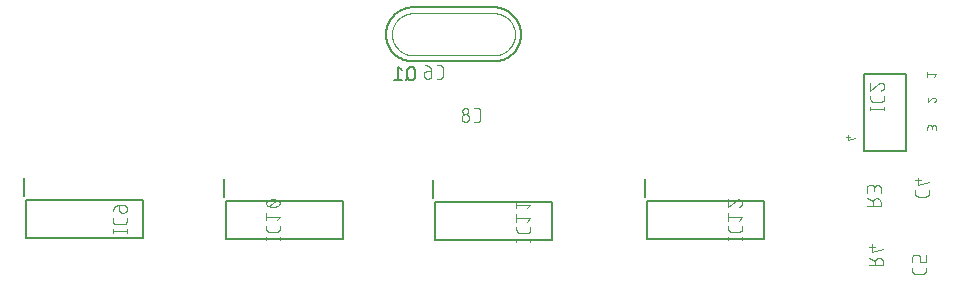
<source format=gbr>
G04 EAGLE Gerber RS-274X export*
G75*
%MOMM*%
%FSLAX34Y34*%
%LPD*%
%INSilkscreen Bottom*%
%IPPOS*%
%AMOC8*
5,1,8,0,0,1.08239X$1,22.5*%
G01*
%ADD10C,0.101600*%
%ADD11C,0.200000*%
%ADD12C,0.203200*%
%ADD13C,0.152400*%
%ADD14C,0.050800*%
%ADD15C,0.127000*%


D10*
X850308Y145836D02*
X850308Y143239D01*
X850310Y143140D01*
X850316Y143040D01*
X850325Y142941D01*
X850338Y142843D01*
X850355Y142745D01*
X850376Y142647D01*
X850401Y142551D01*
X850429Y142456D01*
X850461Y142362D01*
X850496Y142269D01*
X850535Y142177D01*
X850578Y142087D01*
X850623Y141999D01*
X850673Y141912D01*
X850725Y141828D01*
X850781Y141745D01*
X850839Y141665D01*
X850901Y141587D01*
X850966Y141512D01*
X851034Y141439D01*
X851104Y141369D01*
X851177Y141301D01*
X851252Y141236D01*
X851330Y141174D01*
X851410Y141116D01*
X851493Y141060D01*
X851577Y141008D01*
X851664Y140958D01*
X851752Y140913D01*
X851842Y140870D01*
X851934Y140831D01*
X852027Y140796D01*
X852121Y140764D01*
X852216Y140736D01*
X852312Y140711D01*
X852410Y140690D01*
X852508Y140673D01*
X852606Y140660D01*
X852705Y140651D01*
X852805Y140645D01*
X852904Y140643D01*
X859396Y140643D01*
X859495Y140645D01*
X859595Y140651D01*
X859694Y140660D01*
X859792Y140673D01*
X859890Y140690D01*
X859988Y140711D01*
X860084Y140736D01*
X860179Y140764D01*
X860273Y140796D01*
X860366Y140831D01*
X860458Y140870D01*
X860548Y140913D01*
X860636Y140958D01*
X860723Y141008D01*
X860807Y141060D01*
X860890Y141116D01*
X860970Y141174D01*
X861048Y141236D01*
X861123Y141301D01*
X861196Y141369D01*
X861266Y141439D01*
X861334Y141512D01*
X861399Y141587D01*
X861461Y141665D01*
X861519Y141745D01*
X861575Y141828D01*
X861627Y141912D01*
X861677Y141999D01*
X861722Y142087D01*
X861765Y142177D01*
X861804Y142269D01*
X861839Y142361D01*
X861871Y142456D01*
X861899Y142551D01*
X861924Y142647D01*
X861945Y142745D01*
X861962Y142843D01*
X861975Y142941D01*
X861984Y143040D01*
X861990Y143140D01*
X861992Y143239D01*
X861992Y145836D01*
X861992Y152797D02*
X852904Y150201D01*
X852904Y156692D01*
X855501Y154745D02*
X850308Y154745D01*
X848008Y80501D02*
X848008Y77904D01*
X848010Y77805D01*
X848016Y77705D01*
X848025Y77606D01*
X848038Y77508D01*
X848055Y77410D01*
X848076Y77312D01*
X848101Y77216D01*
X848129Y77121D01*
X848161Y77027D01*
X848196Y76934D01*
X848235Y76842D01*
X848278Y76752D01*
X848323Y76664D01*
X848373Y76577D01*
X848425Y76493D01*
X848481Y76410D01*
X848539Y76330D01*
X848601Y76252D01*
X848666Y76177D01*
X848734Y76104D01*
X848804Y76034D01*
X848877Y75966D01*
X848952Y75901D01*
X849030Y75839D01*
X849110Y75781D01*
X849193Y75725D01*
X849277Y75673D01*
X849364Y75623D01*
X849452Y75578D01*
X849542Y75535D01*
X849634Y75496D01*
X849727Y75461D01*
X849821Y75429D01*
X849916Y75401D01*
X850012Y75376D01*
X850110Y75355D01*
X850208Y75338D01*
X850306Y75325D01*
X850405Y75316D01*
X850505Y75310D01*
X850604Y75308D01*
X857096Y75308D01*
X857195Y75310D01*
X857295Y75316D01*
X857394Y75325D01*
X857492Y75338D01*
X857590Y75355D01*
X857688Y75376D01*
X857784Y75401D01*
X857879Y75429D01*
X857973Y75461D01*
X858066Y75496D01*
X858158Y75535D01*
X858248Y75578D01*
X858336Y75623D01*
X858423Y75673D01*
X858507Y75725D01*
X858590Y75781D01*
X858670Y75839D01*
X858748Y75901D01*
X858823Y75966D01*
X858896Y76034D01*
X858966Y76104D01*
X859034Y76177D01*
X859099Y76252D01*
X859161Y76330D01*
X859219Y76410D01*
X859275Y76493D01*
X859327Y76577D01*
X859377Y76664D01*
X859422Y76752D01*
X859465Y76842D01*
X859504Y76934D01*
X859539Y77026D01*
X859571Y77121D01*
X859599Y77216D01*
X859624Y77312D01*
X859645Y77410D01*
X859662Y77508D01*
X859675Y77606D01*
X859684Y77705D01*
X859690Y77805D01*
X859692Y77904D01*
X859692Y80501D01*
X848008Y84866D02*
X848008Y88761D01*
X848010Y88860D01*
X848016Y88960D01*
X848025Y89059D01*
X848038Y89157D01*
X848055Y89255D01*
X848076Y89353D01*
X848101Y89449D01*
X848129Y89544D01*
X848161Y89638D01*
X848196Y89731D01*
X848235Y89823D01*
X848278Y89913D01*
X848323Y90001D01*
X848373Y90088D01*
X848425Y90172D01*
X848481Y90255D01*
X848539Y90335D01*
X848601Y90413D01*
X848666Y90488D01*
X848734Y90561D01*
X848804Y90631D01*
X848877Y90699D01*
X848952Y90764D01*
X849030Y90826D01*
X849110Y90884D01*
X849193Y90940D01*
X849277Y90992D01*
X849364Y91042D01*
X849452Y91087D01*
X849542Y91130D01*
X849634Y91169D01*
X849727Y91204D01*
X849821Y91236D01*
X849916Y91264D01*
X850012Y91289D01*
X850110Y91310D01*
X850208Y91327D01*
X850306Y91340D01*
X850405Y91349D01*
X850505Y91355D01*
X850604Y91357D01*
X851903Y91357D01*
X852002Y91355D01*
X852102Y91349D01*
X852201Y91340D01*
X852299Y91327D01*
X852397Y91310D01*
X852495Y91289D01*
X852591Y91264D01*
X852686Y91236D01*
X852780Y91204D01*
X852873Y91169D01*
X852965Y91130D01*
X853055Y91087D01*
X853143Y91042D01*
X853230Y90992D01*
X853314Y90940D01*
X853397Y90884D01*
X853477Y90826D01*
X853555Y90764D01*
X853630Y90699D01*
X853703Y90631D01*
X853773Y90561D01*
X853841Y90488D01*
X853906Y90413D01*
X853968Y90335D01*
X854026Y90255D01*
X854082Y90172D01*
X854134Y90088D01*
X854184Y90001D01*
X854229Y89913D01*
X854272Y89823D01*
X854311Y89731D01*
X854346Y89638D01*
X854378Y89544D01*
X854406Y89449D01*
X854431Y89353D01*
X854452Y89255D01*
X854469Y89157D01*
X854482Y89059D01*
X854491Y88960D01*
X854497Y88860D01*
X854499Y88761D01*
X854499Y84866D01*
X859692Y84866D01*
X859692Y91357D01*
X447896Y240208D02*
X445299Y240208D01*
X447896Y240208D02*
X447995Y240210D01*
X448095Y240216D01*
X448194Y240225D01*
X448292Y240238D01*
X448390Y240255D01*
X448488Y240276D01*
X448584Y240301D01*
X448679Y240329D01*
X448773Y240361D01*
X448866Y240396D01*
X448958Y240435D01*
X449048Y240478D01*
X449136Y240523D01*
X449223Y240573D01*
X449307Y240625D01*
X449390Y240681D01*
X449470Y240739D01*
X449548Y240801D01*
X449623Y240866D01*
X449696Y240934D01*
X449766Y241004D01*
X449834Y241077D01*
X449899Y241152D01*
X449961Y241230D01*
X450019Y241310D01*
X450075Y241393D01*
X450127Y241477D01*
X450177Y241564D01*
X450222Y241652D01*
X450265Y241742D01*
X450304Y241834D01*
X450339Y241927D01*
X450371Y242021D01*
X450399Y242116D01*
X450424Y242212D01*
X450445Y242310D01*
X450462Y242408D01*
X450475Y242506D01*
X450484Y242605D01*
X450490Y242705D01*
X450492Y242804D01*
X450492Y249296D01*
X450490Y249395D01*
X450484Y249495D01*
X450475Y249594D01*
X450462Y249692D01*
X450445Y249790D01*
X450424Y249888D01*
X450399Y249984D01*
X450371Y250079D01*
X450339Y250173D01*
X450304Y250266D01*
X450265Y250358D01*
X450222Y250448D01*
X450177Y250536D01*
X450127Y250623D01*
X450075Y250707D01*
X450019Y250790D01*
X449961Y250870D01*
X449899Y250948D01*
X449834Y251023D01*
X449766Y251096D01*
X449696Y251166D01*
X449623Y251234D01*
X449548Y251299D01*
X449470Y251361D01*
X449390Y251419D01*
X449307Y251475D01*
X449223Y251527D01*
X449136Y251577D01*
X449048Y251622D01*
X448958Y251665D01*
X448866Y251704D01*
X448773Y251739D01*
X448679Y251771D01*
X448584Y251799D01*
X448488Y251824D01*
X448390Y251845D01*
X448292Y251862D01*
X448194Y251875D01*
X448095Y251884D01*
X447995Y251890D01*
X447896Y251892D01*
X445299Y251892D01*
X440934Y246699D02*
X437039Y246699D01*
X436940Y246697D01*
X436840Y246691D01*
X436741Y246682D01*
X436643Y246669D01*
X436545Y246652D01*
X436447Y246631D01*
X436351Y246606D01*
X436256Y246578D01*
X436162Y246546D01*
X436069Y246511D01*
X435977Y246472D01*
X435887Y246429D01*
X435799Y246384D01*
X435712Y246334D01*
X435628Y246282D01*
X435545Y246226D01*
X435465Y246168D01*
X435387Y246106D01*
X435312Y246041D01*
X435239Y245973D01*
X435169Y245903D01*
X435101Y245830D01*
X435036Y245755D01*
X434974Y245677D01*
X434916Y245597D01*
X434860Y245514D01*
X434808Y245430D01*
X434758Y245343D01*
X434713Y245255D01*
X434670Y245165D01*
X434631Y245073D01*
X434596Y244980D01*
X434564Y244886D01*
X434536Y244791D01*
X434511Y244695D01*
X434490Y244597D01*
X434473Y244499D01*
X434460Y244401D01*
X434451Y244302D01*
X434445Y244202D01*
X434443Y244103D01*
X434443Y243454D01*
X434442Y243454D02*
X434444Y243341D01*
X434450Y243228D01*
X434460Y243115D01*
X434474Y243002D01*
X434491Y242890D01*
X434513Y242779D01*
X434538Y242669D01*
X434568Y242559D01*
X434601Y242451D01*
X434638Y242344D01*
X434678Y242238D01*
X434723Y242134D01*
X434771Y242031D01*
X434822Y241930D01*
X434877Y241831D01*
X434935Y241734D01*
X434997Y241639D01*
X435062Y241546D01*
X435130Y241456D01*
X435201Y241368D01*
X435276Y241282D01*
X435353Y241199D01*
X435433Y241119D01*
X435516Y241042D01*
X435602Y240967D01*
X435690Y240896D01*
X435780Y240828D01*
X435873Y240763D01*
X435968Y240701D01*
X436065Y240643D01*
X436164Y240588D01*
X436265Y240537D01*
X436368Y240489D01*
X436472Y240444D01*
X436578Y240404D01*
X436685Y240367D01*
X436793Y240334D01*
X436903Y240304D01*
X437013Y240279D01*
X437124Y240257D01*
X437236Y240240D01*
X437349Y240226D01*
X437462Y240216D01*
X437575Y240210D01*
X437688Y240208D01*
X437801Y240210D01*
X437914Y240216D01*
X438027Y240226D01*
X438140Y240240D01*
X438252Y240257D01*
X438363Y240279D01*
X438473Y240304D01*
X438583Y240334D01*
X438691Y240367D01*
X438798Y240404D01*
X438904Y240444D01*
X439008Y240489D01*
X439111Y240537D01*
X439212Y240588D01*
X439311Y240643D01*
X439408Y240701D01*
X439503Y240763D01*
X439596Y240828D01*
X439686Y240896D01*
X439774Y240967D01*
X439860Y241042D01*
X439943Y241119D01*
X440023Y241199D01*
X440100Y241282D01*
X440175Y241368D01*
X440246Y241456D01*
X440314Y241546D01*
X440379Y241639D01*
X440441Y241734D01*
X440499Y241831D01*
X440554Y241930D01*
X440605Y242031D01*
X440653Y242134D01*
X440698Y242238D01*
X440738Y242344D01*
X440775Y242451D01*
X440808Y242559D01*
X440838Y242669D01*
X440863Y242779D01*
X440885Y242890D01*
X440902Y243002D01*
X440916Y243115D01*
X440926Y243228D01*
X440932Y243341D01*
X440934Y243454D01*
X440934Y246699D01*
X440932Y246842D01*
X440926Y246985D01*
X440916Y247128D01*
X440902Y247270D01*
X440885Y247412D01*
X440863Y247554D01*
X440838Y247695D01*
X440808Y247835D01*
X440775Y247974D01*
X440738Y248112D01*
X440697Y248249D01*
X440653Y248385D01*
X440604Y248520D01*
X440552Y248653D01*
X440497Y248785D01*
X440437Y248915D01*
X440374Y249044D01*
X440308Y249171D01*
X440238Y249296D01*
X440165Y249418D01*
X440088Y249539D01*
X440008Y249658D01*
X439925Y249774D01*
X439839Y249889D01*
X439750Y250000D01*
X439657Y250110D01*
X439562Y250216D01*
X439463Y250320D01*
X439362Y250421D01*
X439258Y250520D01*
X439152Y250615D01*
X439042Y250708D01*
X438931Y250797D01*
X438816Y250883D01*
X438700Y250966D01*
X438581Y251046D01*
X438460Y251123D01*
X438338Y251196D01*
X438213Y251266D01*
X438086Y251332D01*
X437957Y251395D01*
X437827Y251455D01*
X437695Y251510D01*
X437562Y251562D01*
X437427Y251611D01*
X437291Y251655D01*
X437154Y251696D01*
X437016Y251733D01*
X436877Y251766D01*
X436737Y251796D01*
X436596Y251821D01*
X436454Y251843D01*
X436312Y251860D01*
X436170Y251874D01*
X436027Y251884D01*
X435884Y251890D01*
X435741Y251892D01*
X477264Y203808D02*
X479861Y203808D01*
X479960Y203810D01*
X480060Y203816D01*
X480159Y203825D01*
X480257Y203838D01*
X480355Y203855D01*
X480453Y203876D01*
X480549Y203901D01*
X480644Y203929D01*
X480738Y203961D01*
X480831Y203996D01*
X480923Y204035D01*
X481013Y204078D01*
X481101Y204123D01*
X481188Y204173D01*
X481272Y204225D01*
X481355Y204281D01*
X481435Y204339D01*
X481513Y204401D01*
X481588Y204466D01*
X481661Y204534D01*
X481731Y204604D01*
X481799Y204677D01*
X481864Y204752D01*
X481926Y204830D01*
X481984Y204910D01*
X482040Y204993D01*
X482092Y205077D01*
X482142Y205164D01*
X482187Y205252D01*
X482230Y205342D01*
X482269Y205434D01*
X482304Y205527D01*
X482336Y205621D01*
X482364Y205716D01*
X482389Y205812D01*
X482410Y205910D01*
X482427Y206008D01*
X482440Y206106D01*
X482449Y206205D01*
X482455Y206305D01*
X482457Y206404D01*
X482457Y212896D01*
X482455Y212995D01*
X482449Y213095D01*
X482440Y213194D01*
X482427Y213292D01*
X482410Y213390D01*
X482389Y213488D01*
X482364Y213584D01*
X482336Y213679D01*
X482304Y213773D01*
X482269Y213866D01*
X482230Y213958D01*
X482187Y214048D01*
X482142Y214136D01*
X482092Y214223D01*
X482040Y214307D01*
X481984Y214390D01*
X481926Y214470D01*
X481864Y214548D01*
X481799Y214623D01*
X481731Y214696D01*
X481661Y214766D01*
X481588Y214834D01*
X481513Y214899D01*
X481435Y214961D01*
X481355Y215019D01*
X481272Y215075D01*
X481188Y215127D01*
X481101Y215177D01*
X481013Y215222D01*
X480923Y215265D01*
X480831Y215304D01*
X480738Y215339D01*
X480644Y215371D01*
X480549Y215399D01*
X480453Y215424D01*
X480355Y215445D01*
X480257Y215462D01*
X480159Y215475D01*
X480060Y215484D01*
X479960Y215490D01*
X479861Y215492D01*
X477264Y215492D01*
X472900Y207054D02*
X472898Y207167D01*
X472892Y207280D01*
X472882Y207393D01*
X472868Y207506D01*
X472851Y207618D01*
X472829Y207729D01*
X472804Y207839D01*
X472774Y207949D01*
X472741Y208057D01*
X472704Y208164D01*
X472664Y208270D01*
X472619Y208374D01*
X472571Y208477D01*
X472520Y208578D01*
X472465Y208677D01*
X472407Y208774D01*
X472345Y208869D01*
X472280Y208962D01*
X472212Y209052D01*
X472141Y209140D01*
X472066Y209226D01*
X471989Y209309D01*
X471909Y209389D01*
X471826Y209466D01*
X471740Y209541D01*
X471652Y209612D01*
X471562Y209680D01*
X471469Y209745D01*
X471374Y209807D01*
X471277Y209865D01*
X471178Y209920D01*
X471077Y209971D01*
X470974Y210019D01*
X470870Y210064D01*
X470764Y210104D01*
X470657Y210141D01*
X470549Y210174D01*
X470439Y210204D01*
X470329Y210229D01*
X470218Y210251D01*
X470106Y210268D01*
X469993Y210282D01*
X469880Y210292D01*
X469767Y210298D01*
X469654Y210300D01*
X469541Y210298D01*
X469428Y210292D01*
X469315Y210282D01*
X469202Y210268D01*
X469090Y210251D01*
X468979Y210229D01*
X468869Y210204D01*
X468759Y210174D01*
X468651Y210141D01*
X468544Y210104D01*
X468438Y210064D01*
X468334Y210019D01*
X468231Y209971D01*
X468130Y209920D01*
X468031Y209865D01*
X467934Y209807D01*
X467839Y209745D01*
X467746Y209680D01*
X467656Y209612D01*
X467568Y209541D01*
X467482Y209466D01*
X467399Y209389D01*
X467319Y209309D01*
X467242Y209226D01*
X467167Y209140D01*
X467096Y209052D01*
X467028Y208962D01*
X466963Y208869D01*
X466901Y208774D01*
X466843Y208677D01*
X466788Y208578D01*
X466737Y208477D01*
X466689Y208374D01*
X466644Y208270D01*
X466604Y208164D01*
X466567Y208057D01*
X466534Y207949D01*
X466504Y207839D01*
X466479Y207729D01*
X466457Y207618D01*
X466440Y207506D01*
X466426Y207393D01*
X466416Y207280D01*
X466410Y207167D01*
X466408Y207054D01*
X466410Y206941D01*
X466416Y206828D01*
X466426Y206715D01*
X466440Y206602D01*
X466457Y206490D01*
X466479Y206379D01*
X466504Y206269D01*
X466534Y206159D01*
X466567Y206051D01*
X466604Y205944D01*
X466644Y205838D01*
X466689Y205734D01*
X466737Y205631D01*
X466788Y205530D01*
X466843Y205431D01*
X466901Y205334D01*
X466963Y205239D01*
X467028Y205146D01*
X467096Y205056D01*
X467167Y204968D01*
X467242Y204882D01*
X467319Y204799D01*
X467399Y204719D01*
X467482Y204642D01*
X467568Y204567D01*
X467656Y204496D01*
X467746Y204428D01*
X467839Y204363D01*
X467934Y204301D01*
X468031Y204243D01*
X468130Y204188D01*
X468231Y204137D01*
X468334Y204089D01*
X468438Y204044D01*
X468544Y204004D01*
X468651Y203967D01*
X468759Y203934D01*
X468869Y203904D01*
X468979Y203879D01*
X469090Y203857D01*
X469202Y203840D01*
X469315Y203826D01*
X469428Y203816D01*
X469541Y203810D01*
X469654Y203808D01*
X469767Y203810D01*
X469880Y203816D01*
X469993Y203826D01*
X470106Y203840D01*
X470218Y203857D01*
X470329Y203879D01*
X470439Y203904D01*
X470549Y203934D01*
X470657Y203967D01*
X470764Y204004D01*
X470870Y204044D01*
X470974Y204089D01*
X471077Y204137D01*
X471178Y204188D01*
X471277Y204243D01*
X471374Y204301D01*
X471469Y204363D01*
X471562Y204428D01*
X471652Y204496D01*
X471740Y204567D01*
X471826Y204642D01*
X471909Y204719D01*
X471989Y204799D01*
X472066Y204882D01*
X472141Y204968D01*
X472212Y205056D01*
X472280Y205146D01*
X472345Y205239D01*
X472407Y205334D01*
X472465Y205431D01*
X472520Y205530D01*
X472571Y205631D01*
X472619Y205734D01*
X472664Y205838D01*
X472704Y205944D01*
X472741Y206051D01*
X472774Y206159D01*
X472804Y206269D01*
X472829Y206379D01*
X472851Y206490D01*
X472868Y206602D01*
X472882Y206715D01*
X472892Y206828D01*
X472898Y206941D01*
X472900Y207054D01*
X472250Y212896D02*
X472248Y212997D01*
X472242Y213097D01*
X472232Y213197D01*
X472219Y213297D01*
X472201Y213396D01*
X472180Y213495D01*
X472155Y213592D01*
X472126Y213689D01*
X472093Y213784D01*
X472057Y213878D01*
X472017Y213970D01*
X471974Y214061D01*
X471927Y214150D01*
X471877Y214237D01*
X471823Y214323D01*
X471766Y214406D01*
X471706Y214486D01*
X471643Y214565D01*
X471576Y214641D01*
X471507Y214714D01*
X471435Y214784D01*
X471361Y214852D01*
X471284Y214917D01*
X471204Y214978D01*
X471122Y215037D01*
X471038Y215092D01*
X470952Y215144D01*
X470864Y215193D01*
X470774Y215238D01*
X470682Y215280D01*
X470589Y215318D01*
X470494Y215352D01*
X470399Y215383D01*
X470302Y215410D01*
X470204Y215433D01*
X470105Y215453D01*
X470005Y215468D01*
X469905Y215480D01*
X469805Y215488D01*
X469704Y215492D01*
X469604Y215492D01*
X469503Y215488D01*
X469403Y215480D01*
X469303Y215468D01*
X469203Y215453D01*
X469104Y215433D01*
X469006Y215410D01*
X468909Y215383D01*
X468814Y215352D01*
X468719Y215318D01*
X468626Y215280D01*
X468534Y215238D01*
X468444Y215193D01*
X468356Y215144D01*
X468270Y215092D01*
X468186Y215037D01*
X468104Y214978D01*
X468024Y214917D01*
X467947Y214852D01*
X467873Y214784D01*
X467801Y214714D01*
X467732Y214641D01*
X467665Y214565D01*
X467602Y214486D01*
X467542Y214406D01*
X467485Y214323D01*
X467431Y214237D01*
X467381Y214150D01*
X467334Y214061D01*
X467291Y213970D01*
X467251Y213878D01*
X467215Y213784D01*
X467182Y213689D01*
X467153Y213592D01*
X467128Y213495D01*
X467107Y213396D01*
X467089Y213297D01*
X467076Y213197D01*
X467066Y213097D01*
X467060Y212997D01*
X467058Y212896D01*
X467060Y212795D01*
X467066Y212695D01*
X467076Y212595D01*
X467089Y212495D01*
X467107Y212396D01*
X467128Y212297D01*
X467153Y212200D01*
X467182Y212103D01*
X467215Y212008D01*
X467251Y211914D01*
X467291Y211822D01*
X467334Y211731D01*
X467381Y211642D01*
X467431Y211555D01*
X467485Y211469D01*
X467542Y211386D01*
X467602Y211306D01*
X467665Y211227D01*
X467732Y211151D01*
X467801Y211078D01*
X467873Y211008D01*
X467947Y210940D01*
X468024Y210875D01*
X468104Y210814D01*
X468186Y210755D01*
X468270Y210700D01*
X468356Y210648D01*
X468444Y210599D01*
X468534Y210554D01*
X468626Y210512D01*
X468719Y210474D01*
X468814Y210440D01*
X468909Y210409D01*
X469006Y210382D01*
X469104Y210359D01*
X469203Y210339D01*
X469303Y210324D01*
X469403Y210312D01*
X469503Y210304D01*
X469604Y210300D01*
X469704Y210300D01*
X469805Y210304D01*
X469905Y210312D01*
X470005Y210324D01*
X470105Y210339D01*
X470204Y210359D01*
X470302Y210382D01*
X470399Y210409D01*
X470494Y210440D01*
X470589Y210474D01*
X470682Y210512D01*
X470774Y210554D01*
X470864Y210599D01*
X470952Y210648D01*
X471038Y210700D01*
X471122Y210755D01*
X471204Y210814D01*
X471284Y210875D01*
X471361Y210940D01*
X471435Y211008D01*
X471507Y211078D01*
X471576Y211151D01*
X471643Y211227D01*
X471706Y211306D01*
X471766Y211386D01*
X471823Y211469D01*
X471877Y211555D01*
X471927Y211642D01*
X471974Y211731D01*
X472017Y211822D01*
X472057Y211914D01*
X472093Y212008D01*
X472126Y212103D01*
X472155Y212200D01*
X472180Y212297D01*
X472201Y212396D01*
X472219Y212495D01*
X472232Y212595D01*
X472242Y212695D01*
X472248Y212795D01*
X472250Y212896D01*
D11*
X267278Y137023D02*
X267278Y105023D01*
X366278Y105023D01*
X366278Y137023D01*
X267278Y137023D01*
X265578Y140523D02*
X265578Y155773D01*
D10*
X300936Y105000D02*
X312620Y105000D01*
X300936Y103702D02*
X300936Y106298D01*
X312620Y106298D02*
X312620Y103702D01*
X300936Y113462D02*
X300936Y116058D01*
X300936Y113462D02*
X300938Y113363D01*
X300944Y113263D01*
X300953Y113164D01*
X300966Y113066D01*
X300983Y112968D01*
X301004Y112870D01*
X301029Y112774D01*
X301057Y112679D01*
X301089Y112585D01*
X301124Y112492D01*
X301163Y112400D01*
X301206Y112310D01*
X301251Y112222D01*
X301301Y112135D01*
X301353Y112051D01*
X301409Y111968D01*
X301467Y111888D01*
X301529Y111810D01*
X301594Y111735D01*
X301662Y111662D01*
X301732Y111592D01*
X301805Y111524D01*
X301880Y111459D01*
X301958Y111397D01*
X302038Y111339D01*
X302121Y111283D01*
X302205Y111231D01*
X302292Y111181D01*
X302380Y111136D01*
X302470Y111093D01*
X302562Y111054D01*
X302655Y111019D01*
X302749Y110987D01*
X302844Y110959D01*
X302940Y110934D01*
X303038Y110913D01*
X303136Y110896D01*
X303234Y110883D01*
X303333Y110874D01*
X303433Y110868D01*
X303532Y110866D01*
X303532Y110865D02*
X310024Y110865D01*
X310024Y110866D02*
X310123Y110868D01*
X310223Y110874D01*
X310322Y110883D01*
X310420Y110896D01*
X310518Y110913D01*
X310616Y110934D01*
X310712Y110959D01*
X310807Y110987D01*
X310901Y111019D01*
X310994Y111054D01*
X311086Y111093D01*
X311176Y111136D01*
X311264Y111181D01*
X311351Y111231D01*
X311435Y111283D01*
X311518Y111339D01*
X311598Y111397D01*
X311676Y111459D01*
X311751Y111524D01*
X311824Y111592D01*
X311894Y111662D01*
X311962Y111735D01*
X312027Y111810D01*
X312089Y111888D01*
X312147Y111968D01*
X312203Y112051D01*
X312255Y112135D01*
X312305Y112222D01*
X312350Y112310D01*
X312393Y112400D01*
X312432Y112492D01*
X312467Y112584D01*
X312499Y112679D01*
X312527Y112774D01*
X312552Y112870D01*
X312573Y112968D01*
X312590Y113066D01*
X312603Y113164D01*
X312612Y113263D01*
X312618Y113363D01*
X312620Y113462D01*
X312620Y116058D01*
X310024Y120423D02*
X312620Y123669D01*
X300936Y123669D01*
X300936Y120423D02*
X300936Y126915D01*
X306778Y131854D02*
X307008Y131857D01*
X307238Y131865D01*
X307467Y131879D01*
X307696Y131898D01*
X307925Y131923D01*
X308152Y131953D01*
X308380Y131988D01*
X308606Y132029D01*
X308831Y132075D01*
X309055Y132127D01*
X309277Y132184D01*
X309499Y132246D01*
X309718Y132314D01*
X309936Y132387D01*
X310153Y132465D01*
X310367Y132548D01*
X310579Y132636D01*
X310789Y132729D01*
X310997Y132828D01*
X310997Y132827D02*
X311087Y132860D01*
X311176Y132896D01*
X311264Y132936D01*
X311349Y132980D01*
X311433Y133027D01*
X311515Y133077D01*
X311595Y133131D01*
X311672Y133187D01*
X311748Y133247D01*
X311821Y133310D01*
X311891Y133375D01*
X311959Y133444D01*
X312023Y133515D01*
X312085Y133588D01*
X312144Y133664D01*
X312200Y133742D01*
X312253Y133823D01*
X312302Y133905D01*
X312348Y133989D01*
X312391Y134076D01*
X312430Y134163D01*
X312466Y134253D01*
X312498Y134343D01*
X312526Y134435D01*
X312551Y134528D01*
X312572Y134622D01*
X312589Y134716D01*
X312603Y134811D01*
X312612Y134907D01*
X312618Y135003D01*
X312620Y135099D01*
X312618Y135195D01*
X312612Y135291D01*
X312603Y135387D01*
X312589Y135482D01*
X312572Y135576D01*
X312551Y135670D01*
X312526Y135763D01*
X312498Y135855D01*
X312466Y135945D01*
X312430Y136035D01*
X312391Y136122D01*
X312348Y136209D01*
X312302Y136293D01*
X312253Y136375D01*
X312200Y136456D01*
X312144Y136534D01*
X312085Y136610D01*
X312023Y136683D01*
X311959Y136754D01*
X311891Y136823D01*
X311821Y136888D01*
X311748Y136951D01*
X311672Y137011D01*
X311595Y137067D01*
X311515Y137121D01*
X311433Y137171D01*
X311349Y137218D01*
X311264Y137262D01*
X311176Y137302D01*
X311087Y137338D01*
X310997Y137371D01*
X310790Y137470D01*
X310580Y137563D01*
X310367Y137651D01*
X310153Y137734D01*
X309937Y137812D01*
X309719Y137885D01*
X309499Y137953D01*
X309278Y138015D01*
X309055Y138072D01*
X308831Y138124D01*
X308606Y138170D01*
X308380Y138211D01*
X308153Y138246D01*
X307925Y138276D01*
X307696Y138301D01*
X307467Y138320D01*
X307238Y138334D01*
X307008Y138342D01*
X306778Y138345D01*
X306778Y131853D02*
X306548Y131856D01*
X306318Y131864D01*
X306089Y131878D01*
X305860Y131897D01*
X305631Y131922D01*
X305403Y131952D01*
X305176Y131987D01*
X304950Y132028D01*
X304725Y132074D01*
X304501Y132126D01*
X304278Y132183D01*
X304057Y132245D01*
X303837Y132313D01*
X303619Y132386D01*
X303403Y132464D01*
X303189Y132547D01*
X302977Y132635D01*
X302766Y132728D01*
X302559Y132827D01*
X302469Y132860D01*
X302380Y132896D01*
X302292Y132937D01*
X302207Y132980D01*
X302123Y133027D01*
X302041Y133077D01*
X301961Y133131D01*
X301884Y133187D01*
X301808Y133247D01*
X301735Y133310D01*
X301665Y133375D01*
X301597Y133444D01*
X301533Y133515D01*
X301471Y133588D01*
X301412Y133664D01*
X301356Y133742D01*
X301303Y133823D01*
X301254Y133905D01*
X301208Y133989D01*
X301165Y134076D01*
X301126Y134163D01*
X301090Y134253D01*
X301058Y134343D01*
X301030Y134435D01*
X301005Y134528D01*
X300984Y134622D01*
X300967Y134716D01*
X300953Y134811D01*
X300944Y134907D01*
X300938Y135003D01*
X300936Y135099D01*
X302559Y137371D02*
X302766Y137470D01*
X302977Y137563D01*
X303189Y137651D01*
X303403Y137734D01*
X303619Y137812D01*
X303837Y137885D01*
X304057Y137953D01*
X304278Y138015D01*
X304501Y138072D01*
X304725Y138124D01*
X304950Y138170D01*
X305176Y138211D01*
X305403Y138246D01*
X305631Y138276D01*
X305860Y138301D01*
X306089Y138320D01*
X306318Y138334D01*
X306548Y138342D01*
X306778Y138345D01*
X302559Y137371D02*
X302469Y137338D01*
X302380Y137302D01*
X302292Y137262D01*
X302207Y137218D01*
X302123Y137171D01*
X302041Y137121D01*
X301961Y137067D01*
X301884Y137011D01*
X301808Y136951D01*
X301735Y136888D01*
X301665Y136823D01*
X301597Y136754D01*
X301533Y136683D01*
X301471Y136610D01*
X301412Y136534D01*
X301356Y136456D01*
X301303Y136375D01*
X301254Y136293D01*
X301208Y136209D01*
X301165Y136122D01*
X301126Y136035D01*
X301090Y135945D01*
X301058Y135855D01*
X301030Y135763D01*
X301005Y135670D01*
X300984Y135576D01*
X300967Y135482D01*
X300953Y135387D01*
X300944Y135291D01*
X300938Y135195D01*
X300936Y135099D01*
X303532Y132502D02*
X310024Y137695D01*
D11*
X444300Y135700D02*
X444300Y103700D01*
X543300Y103700D01*
X543300Y135700D01*
X444300Y135700D01*
X442600Y139200D02*
X442600Y154450D01*
D10*
X512958Y103677D02*
X524642Y103677D01*
X512958Y102379D02*
X512958Y104975D01*
X524642Y104975D02*
X524642Y102379D01*
X512958Y112139D02*
X512958Y114735D01*
X512958Y112139D02*
X512960Y112040D01*
X512966Y111940D01*
X512975Y111841D01*
X512988Y111743D01*
X513005Y111645D01*
X513026Y111547D01*
X513051Y111451D01*
X513079Y111356D01*
X513111Y111262D01*
X513146Y111169D01*
X513185Y111077D01*
X513228Y110987D01*
X513273Y110899D01*
X513323Y110812D01*
X513375Y110728D01*
X513431Y110645D01*
X513489Y110565D01*
X513551Y110487D01*
X513616Y110412D01*
X513684Y110339D01*
X513754Y110269D01*
X513827Y110201D01*
X513902Y110136D01*
X513980Y110074D01*
X514060Y110016D01*
X514143Y109960D01*
X514227Y109908D01*
X514314Y109858D01*
X514402Y109813D01*
X514492Y109770D01*
X514584Y109731D01*
X514677Y109696D01*
X514771Y109664D01*
X514866Y109636D01*
X514962Y109611D01*
X515060Y109590D01*
X515158Y109573D01*
X515256Y109560D01*
X515355Y109551D01*
X515455Y109545D01*
X515554Y109543D01*
X515554Y109542D02*
X522046Y109542D01*
X522046Y109543D02*
X522145Y109545D01*
X522245Y109551D01*
X522344Y109560D01*
X522442Y109573D01*
X522540Y109590D01*
X522638Y109611D01*
X522734Y109636D01*
X522829Y109664D01*
X522923Y109696D01*
X523016Y109731D01*
X523108Y109770D01*
X523198Y109813D01*
X523286Y109858D01*
X523373Y109908D01*
X523457Y109960D01*
X523540Y110016D01*
X523620Y110074D01*
X523698Y110136D01*
X523773Y110201D01*
X523846Y110269D01*
X523916Y110339D01*
X523984Y110412D01*
X524049Y110487D01*
X524111Y110565D01*
X524169Y110645D01*
X524225Y110728D01*
X524277Y110812D01*
X524327Y110899D01*
X524372Y110987D01*
X524415Y111077D01*
X524454Y111169D01*
X524489Y111261D01*
X524521Y111356D01*
X524549Y111451D01*
X524574Y111547D01*
X524595Y111645D01*
X524612Y111743D01*
X524625Y111841D01*
X524634Y111940D01*
X524640Y112040D01*
X524642Y112139D01*
X524642Y114735D01*
X522046Y119100D02*
X524642Y122346D01*
X512958Y122346D01*
X512958Y125591D02*
X512958Y119100D01*
X522046Y130530D02*
X524642Y133776D01*
X512958Y133776D01*
X512958Y137021D02*
X512958Y130530D01*
D11*
X623600Y136900D02*
X623600Y104900D01*
X722600Y104900D01*
X722600Y136900D01*
X623600Y136900D01*
X621900Y140400D02*
X621900Y155650D01*
D10*
X692258Y104877D02*
X703942Y104877D01*
X692258Y103579D02*
X692258Y106175D01*
X703942Y106175D02*
X703942Y103579D01*
X692258Y113339D02*
X692258Y115935D01*
X692258Y113339D02*
X692260Y113240D01*
X692266Y113140D01*
X692275Y113041D01*
X692288Y112943D01*
X692305Y112845D01*
X692326Y112747D01*
X692351Y112651D01*
X692379Y112556D01*
X692411Y112462D01*
X692446Y112369D01*
X692485Y112277D01*
X692528Y112187D01*
X692573Y112099D01*
X692623Y112012D01*
X692675Y111928D01*
X692731Y111845D01*
X692789Y111765D01*
X692851Y111687D01*
X692916Y111612D01*
X692984Y111539D01*
X693054Y111469D01*
X693127Y111401D01*
X693202Y111336D01*
X693280Y111274D01*
X693360Y111216D01*
X693443Y111160D01*
X693527Y111108D01*
X693614Y111058D01*
X693702Y111013D01*
X693792Y110970D01*
X693884Y110931D01*
X693977Y110896D01*
X694071Y110864D01*
X694166Y110836D01*
X694262Y110811D01*
X694360Y110790D01*
X694458Y110773D01*
X694556Y110760D01*
X694655Y110751D01*
X694755Y110745D01*
X694854Y110743D01*
X694854Y110742D02*
X701346Y110742D01*
X701346Y110743D02*
X701445Y110745D01*
X701545Y110751D01*
X701644Y110760D01*
X701742Y110773D01*
X701840Y110790D01*
X701938Y110811D01*
X702034Y110836D01*
X702129Y110864D01*
X702223Y110896D01*
X702316Y110931D01*
X702408Y110970D01*
X702498Y111013D01*
X702586Y111058D01*
X702673Y111108D01*
X702757Y111160D01*
X702840Y111216D01*
X702920Y111274D01*
X702998Y111336D01*
X703073Y111401D01*
X703146Y111469D01*
X703216Y111539D01*
X703284Y111612D01*
X703349Y111687D01*
X703411Y111765D01*
X703469Y111845D01*
X703525Y111928D01*
X703577Y112012D01*
X703627Y112099D01*
X703672Y112187D01*
X703715Y112277D01*
X703754Y112369D01*
X703789Y112461D01*
X703821Y112556D01*
X703849Y112651D01*
X703874Y112747D01*
X703895Y112845D01*
X703912Y112943D01*
X703925Y113041D01*
X703934Y113140D01*
X703940Y113240D01*
X703942Y113339D01*
X703942Y115935D01*
X701346Y120300D02*
X703942Y123546D01*
X692258Y123546D01*
X692258Y126791D02*
X692258Y120300D01*
X703942Y135300D02*
X703940Y135407D01*
X703934Y135513D01*
X703924Y135619D01*
X703911Y135725D01*
X703893Y135831D01*
X703872Y135935D01*
X703847Y136039D01*
X703818Y136142D01*
X703786Y136243D01*
X703749Y136343D01*
X703709Y136442D01*
X703666Y136540D01*
X703619Y136636D01*
X703568Y136730D01*
X703514Y136822D01*
X703457Y136912D01*
X703397Y137000D01*
X703333Y137085D01*
X703266Y137168D01*
X703196Y137249D01*
X703124Y137327D01*
X703048Y137403D01*
X702970Y137475D01*
X702889Y137545D01*
X702806Y137612D01*
X702721Y137676D01*
X702633Y137736D01*
X702543Y137793D01*
X702451Y137847D01*
X702357Y137898D01*
X702261Y137945D01*
X702163Y137988D01*
X702064Y138028D01*
X701964Y138065D01*
X701863Y138097D01*
X701760Y138126D01*
X701656Y138151D01*
X701552Y138172D01*
X701446Y138190D01*
X701340Y138203D01*
X701234Y138213D01*
X701128Y138219D01*
X701021Y138221D01*
X703942Y135300D02*
X703940Y135179D01*
X703934Y135058D01*
X703924Y134938D01*
X703911Y134817D01*
X703893Y134698D01*
X703872Y134578D01*
X703847Y134460D01*
X703818Y134343D01*
X703785Y134226D01*
X703749Y134111D01*
X703708Y133997D01*
X703665Y133884D01*
X703617Y133772D01*
X703566Y133663D01*
X703511Y133555D01*
X703453Y133448D01*
X703392Y133344D01*
X703327Y133242D01*
X703259Y133142D01*
X703188Y133044D01*
X703114Y132948D01*
X703037Y132855D01*
X702956Y132765D01*
X702873Y132677D01*
X702787Y132592D01*
X702698Y132509D01*
X702607Y132430D01*
X702513Y132353D01*
X702417Y132280D01*
X702319Y132210D01*
X702218Y132143D01*
X702115Y132079D01*
X702010Y132019D01*
X701903Y131962D01*
X701795Y131908D01*
X701685Y131858D01*
X701573Y131812D01*
X701460Y131769D01*
X701345Y131730D01*
X698749Y137248D02*
X698826Y137327D01*
X698907Y137403D01*
X698990Y137476D01*
X699075Y137546D01*
X699163Y137613D01*
X699253Y137677D01*
X699345Y137737D01*
X699440Y137794D01*
X699536Y137848D01*
X699634Y137899D01*
X699734Y137946D01*
X699836Y137990D01*
X699939Y138030D01*
X700043Y138066D01*
X700149Y138098D01*
X700255Y138127D01*
X700363Y138152D01*
X700471Y138174D01*
X700581Y138191D01*
X700690Y138205D01*
X700800Y138214D01*
X700911Y138220D01*
X701021Y138222D01*
X698749Y137248D02*
X692258Y131730D01*
X692258Y138221D01*
D12*
X807520Y179234D02*
X843080Y179234D01*
X843080Y244766D01*
X807520Y244766D01*
X807520Y179234D01*
D10*
X860860Y197333D02*
X860860Y199308D01*
X860862Y199395D01*
X860868Y199483D01*
X860877Y199570D01*
X860891Y199656D01*
X860908Y199742D01*
X860929Y199826D01*
X860954Y199910D01*
X860983Y199993D01*
X861015Y200074D01*
X861050Y200154D01*
X861089Y200232D01*
X861132Y200309D01*
X861178Y200383D01*
X861227Y200455D01*
X861279Y200525D01*
X861335Y200593D01*
X861393Y200658D01*
X861454Y200721D01*
X861518Y200780D01*
X861585Y200837D01*
X861653Y200891D01*
X861725Y200942D01*
X861798Y200989D01*
X861873Y201034D01*
X861951Y201075D01*
X862030Y201112D01*
X862110Y201146D01*
X862192Y201176D01*
X862275Y201203D01*
X862360Y201226D01*
X862445Y201245D01*
X862531Y201260D01*
X862618Y201272D01*
X862705Y201280D01*
X862792Y201284D01*
X862880Y201284D01*
X862967Y201280D01*
X863054Y201272D01*
X863141Y201260D01*
X863227Y201245D01*
X863312Y201226D01*
X863397Y201203D01*
X863480Y201176D01*
X863562Y201146D01*
X863642Y201112D01*
X863721Y201075D01*
X863799Y201034D01*
X863874Y200989D01*
X863947Y200942D01*
X864019Y200891D01*
X864087Y200837D01*
X864154Y200780D01*
X864218Y200721D01*
X864279Y200658D01*
X864337Y200593D01*
X864393Y200525D01*
X864445Y200455D01*
X864494Y200383D01*
X864540Y200309D01*
X864583Y200232D01*
X864622Y200154D01*
X864657Y200074D01*
X864689Y199993D01*
X864718Y199910D01*
X864743Y199826D01*
X864764Y199742D01*
X864781Y199656D01*
X864795Y199570D01*
X864804Y199483D01*
X864810Y199395D01*
X864812Y199308D01*
X867972Y199704D02*
X867972Y197333D01*
X867972Y199704D02*
X867970Y199783D01*
X867964Y199861D01*
X867954Y199939D01*
X867941Y200017D01*
X867923Y200094D01*
X867902Y200170D01*
X867877Y200244D01*
X867848Y200318D01*
X867816Y200390D01*
X867780Y200460D01*
X867740Y200528D01*
X867697Y200594D01*
X867651Y200658D01*
X867602Y200720D01*
X867550Y200779D01*
X867495Y200835D01*
X867437Y200889D01*
X867377Y200939D01*
X867314Y200987D01*
X867249Y201031D01*
X867182Y201072D01*
X867113Y201110D01*
X867042Y201144D01*
X866969Y201175D01*
X866895Y201202D01*
X866820Y201225D01*
X866744Y201244D01*
X866666Y201260D01*
X866588Y201272D01*
X866510Y201280D01*
X866431Y201284D01*
X866353Y201284D01*
X866274Y201280D01*
X866196Y201272D01*
X866118Y201260D01*
X866040Y201244D01*
X865964Y201225D01*
X865889Y201202D01*
X865815Y201175D01*
X865742Y201144D01*
X865671Y201110D01*
X865602Y201072D01*
X865535Y201031D01*
X865470Y200987D01*
X865407Y200939D01*
X865347Y200889D01*
X865289Y200835D01*
X865234Y200779D01*
X865182Y200720D01*
X865133Y200658D01*
X865087Y200594D01*
X865044Y200528D01*
X865004Y200460D01*
X864968Y200390D01*
X864936Y200318D01*
X864907Y200244D01*
X864882Y200170D01*
X864861Y200094D01*
X864843Y200017D01*
X864830Y199939D01*
X864820Y199861D01*
X864814Y199783D01*
X864812Y199704D01*
X864811Y199704D02*
X864811Y198123D01*
X799392Y190071D02*
X793860Y188491D01*
X793860Y192442D01*
X795441Y191257D02*
X792280Y191257D01*
X866392Y242067D02*
X867972Y244042D01*
X860860Y244042D01*
X860860Y242067D02*
X860860Y246018D01*
X866288Y224398D02*
X866370Y224396D01*
X866452Y224390D01*
X866534Y224381D01*
X866615Y224368D01*
X866695Y224351D01*
X866775Y224330D01*
X866853Y224306D01*
X866930Y224278D01*
X867006Y224247D01*
X867081Y224212D01*
X867153Y224173D01*
X867224Y224132D01*
X867293Y224087D01*
X867359Y224039D01*
X867424Y223988D01*
X867486Y223934D01*
X867545Y223877D01*
X867602Y223818D01*
X867656Y223756D01*
X867707Y223691D01*
X867755Y223625D01*
X867800Y223556D01*
X867841Y223485D01*
X867880Y223413D01*
X867915Y223338D01*
X867946Y223262D01*
X867974Y223185D01*
X867998Y223107D01*
X868019Y223027D01*
X868036Y222947D01*
X868049Y222866D01*
X868058Y222784D01*
X868064Y222702D01*
X868066Y222620D01*
X868064Y222527D01*
X868058Y222435D01*
X868049Y222343D01*
X868036Y222251D01*
X868019Y222160D01*
X867999Y222070D01*
X867975Y221980D01*
X867947Y221892D01*
X867915Y221804D01*
X867881Y221719D01*
X867842Y221634D01*
X867801Y221552D01*
X867756Y221471D01*
X867707Y221391D01*
X867656Y221314D01*
X867602Y221239D01*
X867544Y221167D01*
X867484Y221097D01*
X867420Y221029D01*
X867355Y220964D01*
X867286Y220901D01*
X867215Y220842D01*
X867142Y220785D01*
X867066Y220731D01*
X866989Y220681D01*
X866909Y220633D01*
X866828Y220589D01*
X866744Y220549D01*
X866660Y220511D01*
X866573Y220477D01*
X866486Y220447D01*
X864905Y223805D02*
X864966Y223866D01*
X865029Y223924D01*
X865095Y223979D01*
X865163Y224032D01*
X865234Y224081D01*
X865306Y224126D01*
X865381Y224169D01*
X865457Y224208D01*
X865536Y224244D01*
X865615Y224276D01*
X865696Y224304D01*
X865779Y224329D01*
X865862Y224350D01*
X865946Y224367D01*
X866031Y224381D01*
X866116Y224390D01*
X866202Y224396D01*
X866288Y224398D01*
X864905Y223805D02*
X860954Y220447D01*
X860954Y224398D01*
X824284Y214977D02*
X812600Y214977D01*
X812600Y213679D02*
X812600Y216276D01*
X824284Y216276D02*
X824284Y213679D01*
X812600Y223439D02*
X812600Y226036D01*
X812600Y223439D02*
X812602Y223340D01*
X812608Y223240D01*
X812617Y223141D01*
X812630Y223043D01*
X812647Y222945D01*
X812668Y222847D01*
X812693Y222751D01*
X812721Y222656D01*
X812753Y222562D01*
X812788Y222469D01*
X812827Y222377D01*
X812870Y222287D01*
X812915Y222199D01*
X812965Y222112D01*
X813017Y222028D01*
X813073Y221945D01*
X813131Y221865D01*
X813193Y221787D01*
X813258Y221712D01*
X813326Y221639D01*
X813396Y221569D01*
X813469Y221501D01*
X813544Y221436D01*
X813622Y221374D01*
X813702Y221316D01*
X813785Y221260D01*
X813869Y221208D01*
X813956Y221158D01*
X814044Y221113D01*
X814134Y221070D01*
X814226Y221031D01*
X814319Y220996D01*
X814413Y220964D01*
X814508Y220936D01*
X814604Y220911D01*
X814702Y220890D01*
X814800Y220873D01*
X814898Y220860D01*
X814997Y220851D01*
X815097Y220845D01*
X815196Y220843D01*
X821688Y220843D01*
X821787Y220845D01*
X821887Y220851D01*
X821986Y220860D01*
X822084Y220873D01*
X822182Y220890D01*
X822280Y220911D01*
X822376Y220936D01*
X822471Y220964D01*
X822565Y220996D01*
X822658Y221031D01*
X822750Y221070D01*
X822840Y221113D01*
X822928Y221158D01*
X823015Y221208D01*
X823099Y221260D01*
X823182Y221316D01*
X823262Y221374D01*
X823340Y221436D01*
X823415Y221501D01*
X823488Y221569D01*
X823558Y221639D01*
X823626Y221712D01*
X823691Y221787D01*
X823753Y221865D01*
X823811Y221945D01*
X823867Y222028D01*
X823919Y222112D01*
X823969Y222199D01*
X824014Y222287D01*
X824057Y222377D01*
X824096Y222469D01*
X824131Y222561D01*
X824163Y222656D01*
X824191Y222751D01*
X824216Y222847D01*
X824237Y222945D01*
X824254Y223043D01*
X824267Y223141D01*
X824276Y223240D01*
X824282Y223340D01*
X824284Y223439D01*
X824284Y226036D01*
X824284Y233971D02*
X824282Y234078D01*
X824276Y234184D01*
X824266Y234290D01*
X824253Y234396D01*
X824235Y234502D01*
X824214Y234606D01*
X824189Y234710D01*
X824160Y234813D01*
X824128Y234914D01*
X824091Y235014D01*
X824051Y235113D01*
X824008Y235211D01*
X823961Y235307D01*
X823910Y235401D01*
X823856Y235493D01*
X823799Y235583D01*
X823739Y235671D01*
X823675Y235756D01*
X823608Y235839D01*
X823538Y235920D01*
X823466Y235998D01*
X823390Y236074D01*
X823312Y236146D01*
X823231Y236216D01*
X823148Y236283D01*
X823063Y236347D01*
X822975Y236407D01*
X822885Y236464D01*
X822793Y236518D01*
X822699Y236569D01*
X822603Y236616D01*
X822505Y236659D01*
X822406Y236699D01*
X822306Y236736D01*
X822205Y236768D01*
X822102Y236797D01*
X821998Y236822D01*
X821894Y236843D01*
X821788Y236861D01*
X821682Y236874D01*
X821576Y236884D01*
X821470Y236890D01*
X821363Y236892D01*
X824284Y233971D02*
X824282Y233850D01*
X824276Y233729D01*
X824266Y233609D01*
X824253Y233488D01*
X824235Y233369D01*
X824214Y233249D01*
X824189Y233131D01*
X824160Y233014D01*
X824127Y232897D01*
X824091Y232782D01*
X824050Y232668D01*
X824007Y232555D01*
X823959Y232443D01*
X823908Y232334D01*
X823853Y232226D01*
X823795Y232119D01*
X823734Y232015D01*
X823669Y231913D01*
X823601Y231813D01*
X823530Y231715D01*
X823456Y231619D01*
X823379Y231526D01*
X823298Y231436D01*
X823215Y231348D01*
X823129Y231263D01*
X823040Y231180D01*
X822949Y231101D01*
X822855Y231024D01*
X822759Y230951D01*
X822661Y230881D01*
X822560Y230814D01*
X822457Y230750D01*
X822352Y230690D01*
X822245Y230633D01*
X822137Y230579D01*
X822027Y230529D01*
X821915Y230483D01*
X821802Y230440D01*
X821687Y230401D01*
X819091Y235919D02*
X819168Y235998D01*
X819249Y236074D01*
X819332Y236147D01*
X819417Y236217D01*
X819505Y236284D01*
X819595Y236348D01*
X819687Y236408D01*
X819782Y236465D01*
X819878Y236519D01*
X819976Y236570D01*
X820076Y236617D01*
X820178Y236661D01*
X820281Y236701D01*
X820385Y236737D01*
X820491Y236769D01*
X820597Y236798D01*
X820705Y236823D01*
X820813Y236845D01*
X820923Y236862D01*
X821032Y236876D01*
X821142Y236885D01*
X821253Y236891D01*
X821363Y236893D01*
X819091Y235918D02*
X812600Y230401D01*
X812600Y236892D01*
D11*
X97707Y137742D02*
X97707Y105742D01*
X196707Y105742D01*
X196707Y137742D01*
X97707Y137742D01*
X96007Y141242D02*
X96007Y156492D01*
D10*
X171365Y111434D02*
X183049Y111434D01*
X171365Y110135D02*
X171365Y112732D01*
X183049Y112732D02*
X183049Y110135D01*
X171365Y119895D02*
X171365Y122492D01*
X171366Y119895D02*
X171368Y119796D01*
X171374Y119696D01*
X171383Y119597D01*
X171396Y119499D01*
X171413Y119401D01*
X171434Y119303D01*
X171459Y119207D01*
X171487Y119112D01*
X171519Y119018D01*
X171554Y118925D01*
X171593Y118833D01*
X171636Y118743D01*
X171681Y118655D01*
X171731Y118568D01*
X171783Y118484D01*
X171839Y118401D01*
X171897Y118321D01*
X171959Y118243D01*
X172024Y118168D01*
X172092Y118095D01*
X172162Y118025D01*
X172235Y117957D01*
X172310Y117892D01*
X172388Y117830D01*
X172468Y117772D01*
X172551Y117716D01*
X172635Y117664D01*
X172722Y117614D01*
X172810Y117569D01*
X172900Y117526D01*
X172992Y117487D01*
X173085Y117452D01*
X173179Y117420D01*
X173274Y117392D01*
X173370Y117367D01*
X173468Y117346D01*
X173566Y117329D01*
X173664Y117316D01*
X173763Y117307D01*
X173863Y117301D01*
X173962Y117299D01*
X180453Y117299D01*
X180552Y117301D01*
X180652Y117307D01*
X180751Y117316D01*
X180849Y117329D01*
X180947Y117346D01*
X181045Y117367D01*
X181141Y117392D01*
X181236Y117420D01*
X181330Y117452D01*
X181423Y117487D01*
X181515Y117526D01*
X181605Y117569D01*
X181693Y117614D01*
X181780Y117664D01*
X181864Y117716D01*
X181947Y117772D01*
X182027Y117830D01*
X182105Y117892D01*
X182180Y117957D01*
X182253Y118025D01*
X182323Y118095D01*
X182391Y118168D01*
X182456Y118243D01*
X182518Y118321D01*
X182576Y118401D01*
X182632Y118484D01*
X182684Y118568D01*
X182734Y118655D01*
X182779Y118743D01*
X182822Y118833D01*
X182861Y118925D01*
X182896Y119017D01*
X182928Y119112D01*
X182956Y119207D01*
X182981Y119303D01*
X183002Y119401D01*
X183019Y119499D01*
X183032Y119597D01*
X183041Y119696D01*
X183047Y119796D01*
X183049Y119895D01*
X183049Y122492D01*
X176558Y129454D02*
X176558Y133348D01*
X176559Y129454D02*
X176561Y129355D01*
X176567Y129255D01*
X176576Y129156D01*
X176589Y129058D01*
X176606Y128960D01*
X176627Y128862D01*
X176652Y128766D01*
X176680Y128671D01*
X176712Y128577D01*
X176747Y128484D01*
X176786Y128392D01*
X176829Y128302D01*
X176874Y128214D01*
X176924Y128127D01*
X176976Y128043D01*
X177032Y127960D01*
X177090Y127880D01*
X177152Y127802D01*
X177217Y127727D01*
X177285Y127654D01*
X177355Y127584D01*
X177428Y127516D01*
X177503Y127451D01*
X177581Y127389D01*
X177661Y127331D01*
X177744Y127275D01*
X177828Y127223D01*
X177915Y127173D01*
X178003Y127128D01*
X178093Y127085D01*
X178185Y127046D01*
X178278Y127011D01*
X178372Y126979D01*
X178467Y126951D01*
X178563Y126926D01*
X178661Y126905D01*
X178759Y126888D01*
X178857Y126875D01*
X178956Y126866D01*
X179056Y126860D01*
X179155Y126858D01*
X179155Y126857D02*
X179804Y126857D01*
X179917Y126859D01*
X180030Y126865D01*
X180143Y126875D01*
X180256Y126889D01*
X180368Y126906D01*
X180479Y126928D01*
X180589Y126953D01*
X180699Y126983D01*
X180807Y127016D01*
X180914Y127053D01*
X181020Y127093D01*
X181124Y127138D01*
X181227Y127186D01*
X181328Y127237D01*
X181427Y127292D01*
X181524Y127350D01*
X181619Y127412D01*
X181712Y127477D01*
X181802Y127545D01*
X181890Y127616D01*
X181976Y127691D01*
X182059Y127768D01*
X182139Y127848D01*
X182216Y127931D01*
X182291Y128017D01*
X182362Y128105D01*
X182430Y128195D01*
X182495Y128288D01*
X182557Y128383D01*
X182615Y128480D01*
X182670Y128579D01*
X182721Y128680D01*
X182769Y128783D01*
X182814Y128887D01*
X182854Y128993D01*
X182891Y129100D01*
X182924Y129208D01*
X182954Y129318D01*
X182979Y129428D01*
X183001Y129539D01*
X183018Y129651D01*
X183032Y129764D01*
X183042Y129877D01*
X183048Y129990D01*
X183050Y130103D01*
X183048Y130216D01*
X183042Y130329D01*
X183032Y130442D01*
X183018Y130555D01*
X183001Y130667D01*
X182979Y130778D01*
X182954Y130888D01*
X182924Y130998D01*
X182891Y131106D01*
X182854Y131213D01*
X182814Y131319D01*
X182769Y131423D01*
X182721Y131526D01*
X182670Y131627D01*
X182615Y131726D01*
X182557Y131823D01*
X182495Y131918D01*
X182430Y132011D01*
X182362Y132101D01*
X182291Y132189D01*
X182216Y132275D01*
X182139Y132358D01*
X182059Y132438D01*
X181976Y132515D01*
X181890Y132590D01*
X181802Y132661D01*
X181712Y132729D01*
X181619Y132794D01*
X181524Y132856D01*
X181427Y132914D01*
X181328Y132969D01*
X181227Y133020D01*
X181124Y133068D01*
X181020Y133113D01*
X180914Y133153D01*
X180807Y133190D01*
X180699Y133223D01*
X180589Y133253D01*
X180479Y133278D01*
X180368Y133300D01*
X180256Y133317D01*
X180143Y133331D01*
X180030Y133341D01*
X179917Y133347D01*
X179804Y133349D01*
X179804Y133348D02*
X176558Y133348D01*
X176415Y133346D01*
X176272Y133340D01*
X176129Y133330D01*
X175987Y133316D01*
X175845Y133299D01*
X175703Y133277D01*
X175562Y133252D01*
X175422Y133222D01*
X175283Y133189D01*
X175145Y133152D01*
X175008Y133111D01*
X174872Y133067D01*
X174737Y133018D01*
X174604Y132966D01*
X174472Y132911D01*
X174342Y132851D01*
X174213Y132788D01*
X174086Y132722D01*
X173962Y132652D01*
X173839Y132579D01*
X173718Y132502D01*
X173599Y132422D01*
X173483Y132339D01*
X173368Y132253D01*
X173257Y132164D01*
X173147Y132071D01*
X173041Y131976D01*
X172937Y131877D01*
X172836Y131776D01*
X172737Y131672D01*
X172642Y131566D01*
X172549Y131456D01*
X172460Y131345D01*
X172374Y131230D01*
X172291Y131114D01*
X172211Y130995D01*
X172134Y130874D01*
X172061Y130752D01*
X171991Y130627D01*
X171925Y130500D01*
X171862Y130371D01*
X171802Y130241D01*
X171747Y130109D01*
X171695Y129976D01*
X171646Y129841D01*
X171602Y129705D01*
X171561Y129568D01*
X171524Y129430D01*
X171491Y129291D01*
X171461Y129151D01*
X171436Y129010D01*
X171414Y128868D01*
X171397Y128726D01*
X171383Y128584D01*
X171373Y128441D01*
X171367Y128298D01*
X171365Y128155D01*
D13*
X425310Y300860D02*
X493890Y300860D01*
X493890Y255140D02*
X425310Y255140D01*
D14*
X425310Y295780D02*
X493890Y295780D01*
X493890Y260220D02*
X425310Y260220D01*
X493890Y260220D02*
X494323Y260225D01*
X494756Y260241D01*
X495188Y260267D01*
X495619Y260304D01*
X496050Y260352D01*
X496479Y260409D01*
X496906Y260478D01*
X497332Y260556D01*
X497756Y260645D01*
X498177Y260745D01*
X498596Y260854D01*
X499012Y260974D01*
X499425Y261104D01*
X499835Y261243D01*
X500242Y261393D01*
X500644Y261553D01*
X501043Y261722D01*
X501437Y261901D01*
X501827Y262090D01*
X502212Y262288D01*
X502592Y262495D01*
X502967Y262711D01*
X503336Y262937D01*
X503700Y263172D01*
X504059Y263415D01*
X504411Y263667D01*
X504757Y263927D01*
X505096Y264196D01*
X505429Y264473D01*
X505755Y264758D01*
X506074Y265051D01*
X506386Y265351D01*
X506690Y265659D01*
X506987Y265975D01*
X507276Y266297D01*
X507557Y266627D01*
X507829Y266963D01*
X508094Y267305D01*
X508350Y267655D01*
X508598Y268010D01*
X508837Y268371D01*
X509067Y268738D01*
X509288Y269110D01*
X509500Y269488D01*
X509703Y269870D01*
X509896Y270258D01*
X510080Y270650D01*
X510254Y271046D01*
X510418Y271447D01*
X510573Y271851D01*
X510718Y272259D01*
X510853Y272671D01*
X510977Y273085D01*
X511092Y273503D01*
X511196Y273923D01*
X511290Y274346D01*
X511374Y274770D01*
X511448Y275197D01*
X511511Y275626D01*
X511563Y276055D01*
X511605Y276486D01*
X511637Y276918D01*
X511658Y277351D01*
X511669Y277784D01*
X511669Y278216D01*
X511658Y278649D01*
X511637Y279082D01*
X511605Y279514D01*
X511563Y279945D01*
X511511Y280374D01*
X511448Y280803D01*
X511374Y281230D01*
X511290Y281654D01*
X511196Y282077D01*
X511092Y282497D01*
X510977Y282915D01*
X510853Y283329D01*
X510718Y283741D01*
X510573Y284149D01*
X510418Y284553D01*
X510254Y284954D01*
X510080Y285350D01*
X509896Y285742D01*
X509703Y286130D01*
X509500Y286512D01*
X509288Y286890D01*
X509067Y287262D01*
X508837Y287629D01*
X508598Y287990D01*
X508350Y288345D01*
X508094Y288695D01*
X507829Y289037D01*
X507557Y289373D01*
X507276Y289703D01*
X506987Y290025D01*
X506690Y290341D01*
X506386Y290649D01*
X506074Y290949D01*
X505755Y291242D01*
X505429Y291527D01*
X505096Y291804D01*
X504757Y292073D01*
X504411Y292333D01*
X504059Y292585D01*
X503700Y292828D01*
X503336Y293063D01*
X502967Y293289D01*
X502592Y293505D01*
X502212Y293712D01*
X501827Y293910D01*
X501437Y294099D01*
X501043Y294278D01*
X500644Y294447D01*
X500242Y294607D01*
X499835Y294757D01*
X499425Y294896D01*
X499012Y295026D01*
X498596Y295146D01*
X498177Y295255D01*
X497756Y295355D01*
X497332Y295444D01*
X496906Y295522D01*
X496479Y295591D01*
X496050Y295648D01*
X495619Y295696D01*
X495188Y295733D01*
X494756Y295759D01*
X494323Y295775D01*
X493890Y295780D01*
D13*
X493890Y300860D02*
X494447Y300853D01*
X495003Y300833D01*
X495559Y300799D01*
X496113Y300752D01*
X496667Y300691D01*
X497218Y300616D01*
X497768Y300529D01*
X498316Y300428D01*
X498860Y300313D01*
X499402Y300185D01*
X499941Y300045D01*
X500476Y299891D01*
X501007Y299724D01*
X501534Y299544D01*
X502056Y299352D01*
X502574Y299146D01*
X503086Y298929D01*
X503593Y298699D01*
X504094Y298456D01*
X504589Y298202D01*
X505078Y297935D01*
X505560Y297657D01*
X506035Y297367D01*
X506503Y297065D01*
X506964Y296752D01*
X507417Y296428D01*
X507861Y296094D01*
X508298Y295748D01*
X508726Y295392D01*
X509145Y295025D01*
X509555Y294649D01*
X509956Y294263D01*
X510347Y293867D01*
X510728Y293461D01*
X511100Y293046D01*
X511461Y292623D01*
X511812Y292191D01*
X512152Y291750D01*
X512482Y291301D01*
X512800Y290845D01*
X513107Y290380D01*
X513403Y289909D01*
X513687Y289430D01*
X513960Y288945D01*
X514220Y288453D01*
X514469Y287954D01*
X514705Y287450D01*
X514929Y286941D01*
X515141Y286426D01*
X515339Y285906D01*
X515526Y285381D01*
X515699Y284852D01*
X515859Y284319D01*
X516007Y283782D01*
X516141Y283242D01*
X516262Y282698D01*
X516370Y282152D01*
X516464Y281604D01*
X516545Y281053D01*
X516613Y280500D01*
X516667Y279946D01*
X516708Y279391D01*
X516735Y278835D01*
X516748Y278278D01*
X516748Y277722D01*
X516735Y277165D01*
X516708Y276609D01*
X516667Y276054D01*
X516613Y275500D01*
X516545Y274947D01*
X516464Y274396D01*
X516370Y273848D01*
X516262Y273302D01*
X516141Y272758D01*
X516007Y272218D01*
X515859Y271681D01*
X515699Y271148D01*
X515526Y270619D01*
X515339Y270094D01*
X515141Y269574D01*
X514929Y269059D01*
X514705Y268550D01*
X514469Y268046D01*
X514220Y267547D01*
X513960Y267055D01*
X513687Y266570D01*
X513403Y266091D01*
X513107Y265620D01*
X512800Y265155D01*
X512482Y264699D01*
X512152Y264250D01*
X511812Y263809D01*
X511461Y263377D01*
X511100Y262954D01*
X510728Y262539D01*
X510347Y262133D01*
X509956Y261737D01*
X509555Y261351D01*
X509145Y260975D01*
X508726Y260608D01*
X508298Y260252D01*
X507861Y259906D01*
X507417Y259572D01*
X506964Y259248D01*
X506503Y258935D01*
X506035Y258633D01*
X505560Y258343D01*
X505078Y258065D01*
X504589Y257798D01*
X504094Y257544D01*
X503593Y257301D01*
X503086Y257071D01*
X502574Y256854D01*
X502056Y256648D01*
X501534Y256456D01*
X501007Y256276D01*
X500476Y256109D01*
X499941Y255955D01*
X499402Y255815D01*
X498860Y255687D01*
X498316Y255572D01*
X497768Y255471D01*
X497218Y255384D01*
X496667Y255309D01*
X496113Y255248D01*
X495559Y255201D01*
X495003Y255167D01*
X494447Y255147D01*
X493890Y255140D01*
X425310Y255140D02*
X424753Y255147D01*
X424197Y255167D01*
X423641Y255201D01*
X423087Y255248D01*
X422533Y255309D01*
X421982Y255384D01*
X421432Y255471D01*
X420884Y255572D01*
X420340Y255687D01*
X419798Y255815D01*
X419259Y255955D01*
X418724Y256109D01*
X418193Y256276D01*
X417666Y256456D01*
X417144Y256648D01*
X416626Y256854D01*
X416114Y257071D01*
X415607Y257301D01*
X415106Y257544D01*
X414611Y257798D01*
X414122Y258065D01*
X413640Y258343D01*
X413165Y258633D01*
X412697Y258935D01*
X412236Y259248D01*
X411783Y259572D01*
X411339Y259906D01*
X410902Y260252D01*
X410474Y260608D01*
X410055Y260975D01*
X409645Y261351D01*
X409244Y261737D01*
X408853Y262133D01*
X408472Y262539D01*
X408100Y262954D01*
X407739Y263377D01*
X407388Y263809D01*
X407048Y264250D01*
X406718Y264699D01*
X406400Y265155D01*
X406093Y265620D01*
X405797Y266091D01*
X405513Y266570D01*
X405240Y267055D01*
X404980Y267547D01*
X404731Y268046D01*
X404495Y268550D01*
X404271Y269059D01*
X404059Y269574D01*
X403861Y270094D01*
X403674Y270619D01*
X403501Y271148D01*
X403341Y271681D01*
X403193Y272218D01*
X403059Y272758D01*
X402938Y273302D01*
X402830Y273848D01*
X402736Y274396D01*
X402655Y274947D01*
X402587Y275500D01*
X402533Y276054D01*
X402492Y276609D01*
X402465Y277165D01*
X402452Y277722D01*
X402452Y278278D01*
X402465Y278835D01*
X402492Y279391D01*
X402533Y279946D01*
X402587Y280500D01*
X402655Y281053D01*
X402736Y281604D01*
X402830Y282152D01*
X402938Y282698D01*
X403059Y283242D01*
X403193Y283782D01*
X403341Y284319D01*
X403501Y284852D01*
X403674Y285381D01*
X403861Y285906D01*
X404059Y286426D01*
X404271Y286941D01*
X404495Y287450D01*
X404731Y287954D01*
X404980Y288453D01*
X405240Y288945D01*
X405513Y289430D01*
X405797Y289909D01*
X406093Y290380D01*
X406400Y290845D01*
X406718Y291301D01*
X407048Y291750D01*
X407388Y292191D01*
X407739Y292623D01*
X408100Y293046D01*
X408472Y293461D01*
X408853Y293867D01*
X409244Y294263D01*
X409645Y294649D01*
X410055Y295025D01*
X410474Y295392D01*
X410902Y295748D01*
X411339Y296094D01*
X411783Y296428D01*
X412236Y296752D01*
X412697Y297065D01*
X413165Y297367D01*
X413640Y297657D01*
X414122Y297935D01*
X414611Y298202D01*
X415106Y298456D01*
X415607Y298699D01*
X416114Y298929D01*
X416626Y299146D01*
X417144Y299352D01*
X417666Y299544D01*
X418193Y299724D01*
X418724Y299891D01*
X419259Y300045D01*
X419798Y300185D01*
X420340Y300313D01*
X420884Y300428D01*
X421432Y300529D01*
X421982Y300616D01*
X422533Y300691D01*
X423087Y300752D01*
X423641Y300799D01*
X424197Y300833D01*
X424753Y300853D01*
X425310Y300860D01*
D14*
X425310Y295780D02*
X424877Y295775D01*
X424444Y295759D01*
X424012Y295733D01*
X423581Y295696D01*
X423150Y295648D01*
X422721Y295591D01*
X422294Y295522D01*
X421868Y295444D01*
X421444Y295355D01*
X421023Y295255D01*
X420604Y295146D01*
X420188Y295026D01*
X419775Y294896D01*
X419365Y294757D01*
X418958Y294607D01*
X418556Y294447D01*
X418157Y294278D01*
X417763Y294099D01*
X417373Y293910D01*
X416988Y293712D01*
X416608Y293505D01*
X416233Y293289D01*
X415864Y293063D01*
X415500Y292828D01*
X415141Y292585D01*
X414789Y292333D01*
X414443Y292073D01*
X414104Y291804D01*
X413771Y291527D01*
X413445Y291242D01*
X413126Y290949D01*
X412814Y290649D01*
X412510Y290341D01*
X412213Y290025D01*
X411924Y289703D01*
X411643Y289373D01*
X411371Y289037D01*
X411106Y288695D01*
X410850Y288345D01*
X410602Y287990D01*
X410363Y287629D01*
X410133Y287262D01*
X409912Y286890D01*
X409700Y286512D01*
X409497Y286130D01*
X409304Y285742D01*
X409120Y285350D01*
X408946Y284954D01*
X408782Y284553D01*
X408627Y284149D01*
X408482Y283741D01*
X408347Y283329D01*
X408223Y282915D01*
X408108Y282497D01*
X408004Y282077D01*
X407910Y281654D01*
X407826Y281230D01*
X407752Y280803D01*
X407689Y280374D01*
X407637Y279945D01*
X407595Y279514D01*
X407563Y279082D01*
X407542Y278649D01*
X407531Y278216D01*
X407531Y277784D01*
X407542Y277351D01*
X407563Y276918D01*
X407595Y276486D01*
X407637Y276055D01*
X407689Y275626D01*
X407752Y275197D01*
X407826Y274770D01*
X407910Y274346D01*
X408004Y273923D01*
X408108Y273503D01*
X408223Y273085D01*
X408347Y272671D01*
X408482Y272259D01*
X408627Y271851D01*
X408782Y271447D01*
X408946Y271046D01*
X409120Y270650D01*
X409304Y270258D01*
X409497Y269870D01*
X409700Y269488D01*
X409912Y269110D01*
X410133Y268738D01*
X410363Y268371D01*
X410602Y268010D01*
X410850Y267655D01*
X411106Y267305D01*
X411371Y266963D01*
X411643Y266627D01*
X411924Y266297D01*
X412213Y265975D01*
X412510Y265659D01*
X412814Y265351D01*
X413126Y265051D01*
X413445Y264758D01*
X413771Y264473D01*
X414104Y264196D01*
X414443Y263927D01*
X414789Y263667D01*
X415141Y263415D01*
X415500Y263172D01*
X415864Y262937D01*
X416233Y262711D01*
X416608Y262495D01*
X416988Y262288D01*
X417373Y262090D01*
X417763Y261901D01*
X418157Y261722D01*
X418556Y261553D01*
X418958Y261393D01*
X419365Y261243D01*
X419775Y261104D01*
X420188Y260974D01*
X420604Y260854D01*
X421023Y260745D01*
X421444Y260645D01*
X421868Y260556D01*
X422294Y260478D01*
X422721Y260409D01*
X423150Y260352D01*
X423581Y260304D01*
X424012Y260267D01*
X424444Y260241D01*
X424877Y260225D01*
X425310Y260220D01*
D15*
X426846Y247520D02*
X426846Y242440D01*
X426846Y247520D02*
X426844Y247631D01*
X426838Y247741D01*
X426829Y247852D01*
X426815Y247962D01*
X426798Y248071D01*
X426777Y248180D01*
X426752Y248288D01*
X426723Y248395D01*
X426691Y248501D01*
X426655Y248606D01*
X426615Y248709D01*
X426572Y248811D01*
X426525Y248912D01*
X426474Y249011D01*
X426421Y249108D01*
X426364Y249202D01*
X426303Y249295D01*
X426240Y249386D01*
X426173Y249475D01*
X426103Y249561D01*
X426030Y249644D01*
X425955Y249726D01*
X425877Y249804D01*
X425795Y249879D01*
X425712Y249952D01*
X425626Y250022D01*
X425537Y250089D01*
X425446Y250152D01*
X425353Y250213D01*
X425259Y250270D01*
X425162Y250323D01*
X425063Y250374D01*
X424962Y250421D01*
X424860Y250464D01*
X424757Y250504D01*
X424652Y250540D01*
X424546Y250572D01*
X424439Y250601D01*
X424331Y250626D01*
X424222Y250647D01*
X424113Y250664D01*
X424003Y250678D01*
X423892Y250687D01*
X423782Y250693D01*
X423671Y250695D01*
X423560Y250693D01*
X423450Y250687D01*
X423339Y250678D01*
X423229Y250664D01*
X423120Y250647D01*
X423011Y250626D01*
X422903Y250601D01*
X422796Y250572D01*
X422690Y250540D01*
X422585Y250504D01*
X422482Y250464D01*
X422380Y250421D01*
X422279Y250374D01*
X422180Y250323D01*
X422084Y250270D01*
X421989Y250213D01*
X421896Y250152D01*
X421805Y250089D01*
X421716Y250022D01*
X421630Y249952D01*
X421547Y249879D01*
X421465Y249804D01*
X421387Y249726D01*
X421312Y249644D01*
X421239Y249561D01*
X421169Y249475D01*
X421102Y249386D01*
X421039Y249295D01*
X420978Y249202D01*
X420921Y249108D01*
X420868Y249011D01*
X420817Y248912D01*
X420770Y248811D01*
X420727Y248709D01*
X420687Y248606D01*
X420651Y248501D01*
X420619Y248395D01*
X420590Y248288D01*
X420565Y248180D01*
X420544Y248071D01*
X420527Y247962D01*
X420513Y247852D01*
X420504Y247741D01*
X420498Y247631D01*
X420496Y247520D01*
X420496Y242440D01*
X420498Y242329D01*
X420504Y242219D01*
X420513Y242108D01*
X420527Y241998D01*
X420544Y241889D01*
X420565Y241780D01*
X420590Y241672D01*
X420619Y241565D01*
X420651Y241459D01*
X420687Y241354D01*
X420727Y241251D01*
X420770Y241149D01*
X420817Y241048D01*
X420868Y240949D01*
X420921Y240853D01*
X420978Y240758D01*
X421039Y240665D01*
X421102Y240574D01*
X421169Y240485D01*
X421239Y240399D01*
X421312Y240316D01*
X421387Y240234D01*
X421465Y240156D01*
X421547Y240081D01*
X421630Y240008D01*
X421716Y239938D01*
X421805Y239871D01*
X421896Y239808D01*
X421989Y239747D01*
X422084Y239690D01*
X422180Y239637D01*
X422279Y239586D01*
X422380Y239539D01*
X422482Y239496D01*
X422585Y239456D01*
X422690Y239420D01*
X422796Y239388D01*
X422903Y239359D01*
X423011Y239334D01*
X423120Y239313D01*
X423229Y239296D01*
X423339Y239282D01*
X423450Y239273D01*
X423560Y239267D01*
X423671Y239265D01*
X423782Y239267D01*
X423892Y239273D01*
X424003Y239282D01*
X424113Y239296D01*
X424222Y239313D01*
X424331Y239334D01*
X424439Y239359D01*
X424546Y239388D01*
X424652Y239420D01*
X424757Y239456D01*
X424860Y239496D01*
X424962Y239539D01*
X425063Y239586D01*
X425162Y239637D01*
X425258Y239690D01*
X425353Y239747D01*
X425446Y239808D01*
X425537Y239871D01*
X425626Y239938D01*
X425712Y240008D01*
X425795Y240081D01*
X425877Y240156D01*
X425955Y240234D01*
X426030Y240316D01*
X426103Y240399D01*
X426173Y240485D01*
X426240Y240574D01*
X426303Y240665D01*
X426364Y240758D01*
X426421Y240852D01*
X426474Y240949D01*
X426525Y241048D01*
X426572Y241149D01*
X426615Y241251D01*
X426655Y241354D01*
X426691Y241459D01*
X426723Y241565D01*
X426752Y241672D01*
X426777Y241780D01*
X426798Y241889D01*
X426815Y241998D01*
X426829Y242108D01*
X426838Y242219D01*
X426844Y242329D01*
X426846Y242440D01*
X421766Y241805D02*
X419226Y239265D01*
X415785Y248155D02*
X412610Y250695D01*
X412610Y239265D01*
X415785Y239265D02*
X409435Y239265D01*
D10*
X809508Y132658D02*
X821192Y132658D01*
X821192Y135904D01*
X821190Y136017D01*
X821184Y136130D01*
X821174Y136243D01*
X821160Y136356D01*
X821143Y136468D01*
X821121Y136579D01*
X821096Y136689D01*
X821066Y136799D01*
X821033Y136907D01*
X820996Y137014D01*
X820956Y137120D01*
X820911Y137224D01*
X820863Y137327D01*
X820812Y137428D01*
X820757Y137527D01*
X820699Y137624D01*
X820637Y137719D01*
X820572Y137812D01*
X820504Y137902D01*
X820433Y137990D01*
X820358Y138076D01*
X820281Y138159D01*
X820201Y138239D01*
X820118Y138316D01*
X820032Y138391D01*
X819944Y138462D01*
X819854Y138530D01*
X819761Y138595D01*
X819666Y138657D01*
X819569Y138715D01*
X819470Y138770D01*
X819369Y138821D01*
X819266Y138869D01*
X819162Y138914D01*
X819056Y138954D01*
X818949Y138991D01*
X818841Y139024D01*
X818731Y139054D01*
X818621Y139079D01*
X818510Y139101D01*
X818398Y139118D01*
X818285Y139132D01*
X818172Y139142D01*
X818059Y139148D01*
X817946Y139150D01*
X817833Y139148D01*
X817720Y139142D01*
X817607Y139132D01*
X817494Y139118D01*
X817382Y139101D01*
X817271Y139079D01*
X817161Y139054D01*
X817051Y139024D01*
X816943Y138991D01*
X816836Y138954D01*
X816730Y138914D01*
X816626Y138869D01*
X816523Y138821D01*
X816422Y138770D01*
X816323Y138715D01*
X816226Y138657D01*
X816131Y138595D01*
X816038Y138530D01*
X815948Y138462D01*
X815860Y138391D01*
X815774Y138316D01*
X815691Y138239D01*
X815611Y138159D01*
X815534Y138076D01*
X815459Y137990D01*
X815388Y137902D01*
X815320Y137812D01*
X815255Y137719D01*
X815193Y137624D01*
X815135Y137527D01*
X815080Y137428D01*
X815029Y137327D01*
X814981Y137224D01*
X814936Y137120D01*
X814896Y137014D01*
X814859Y136907D01*
X814826Y136799D01*
X814796Y136689D01*
X814771Y136579D01*
X814749Y136468D01*
X814732Y136356D01*
X814718Y136243D01*
X814708Y136130D01*
X814702Y136017D01*
X814700Y135904D01*
X814701Y135904D02*
X814701Y132658D01*
X814701Y136553D02*
X809508Y139149D01*
X809508Y144014D02*
X809508Y147260D01*
X809510Y147373D01*
X809516Y147486D01*
X809526Y147599D01*
X809540Y147712D01*
X809557Y147824D01*
X809579Y147935D01*
X809604Y148045D01*
X809634Y148155D01*
X809667Y148263D01*
X809704Y148370D01*
X809744Y148476D01*
X809789Y148580D01*
X809837Y148683D01*
X809888Y148784D01*
X809943Y148883D01*
X810001Y148980D01*
X810063Y149075D01*
X810128Y149168D01*
X810196Y149258D01*
X810267Y149346D01*
X810342Y149432D01*
X810419Y149515D01*
X810499Y149595D01*
X810582Y149672D01*
X810668Y149747D01*
X810756Y149818D01*
X810846Y149886D01*
X810939Y149951D01*
X811034Y150013D01*
X811131Y150071D01*
X811230Y150126D01*
X811331Y150177D01*
X811434Y150225D01*
X811538Y150270D01*
X811644Y150310D01*
X811751Y150347D01*
X811859Y150380D01*
X811969Y150410D01*
X812079Y150435D01*
X812190Y150457D01*
X812302Y150474D01*
X812415Y150488D01*
X812528Y150498D01*
X812641Y150504D01*
X812754Y150506D01*
X812867Y150504D01*
X812980Y150498D01*
X813093Y150488D01*
X813206Y150474D01*
X813318Y150457D01*
X813429Y150435D01*
X813539Y150410D01*
X813649Y150380D01*
X813757Y150347D01*
X813864Y150310D01*
X813970Y150270D01*
X814074Y150225D01*
X814177Y150177D01*
X814278Y150126D01*
X814377Y150071D01*
X814474Y150013D01*
X814569Y149951D01*
X814662Y149886D01*
X814752Y149818D01*
X814840Y149747D01*
X814926Y149672D01*
X815009Y149595D01*
X815089Y149515D01*
X815166Y149432D01*
X815241Y149346D01*
X815312Y149258D01*
X815380Y149168D01*
X815445Y149075D01*
X815507Y148980D01*
X815565Y148883D01*
X815620Y148784D01*
X815671Y148683D01*
X815719Y148580D01*
X815764Y148476D01*
X815804Y148370D01*
X815841Y148263D01*
X815874Y148155D01*
X815904Y148045D01*
X815929Y147935D01*
X815951Y147824D01*
X815968Y147712D01*
X815982Y147599D01*
X815992Y147486D01*
X815998Y147373D01*
X816000Y147260D01*
X821192Y147909D02*
X821192Y144014D01*
X821192Y147909D02*
X821190Y148010D01*
X821184Y148110D01*
X821174Y148210D01*
X821161Y148310D01*
X821143Y148409D01*
X821122Y148508D01*
X821097Y148605D01*
X821068Y148702D01*
X821035Y148797D01*
X820999Y148891D01*
X820959Y148983D01*
X820916Y149074D01*
X820869Y149163D01*
X820819Y149250D01*
X820765Y149336D01*
X820708Y149419D01*
X820648Y149499D01*
X820585Y149578D01*
X820518Y149654D01*
X820449Y149727D01*
X820377Y149797D01*
X820303Y149865D01*
X820226Y149930D01*
X820146Y149991D01*
X820064Y150050D01*
X819980Y150105D01*
X819894Y150157D01*
X819806Y150206D01*
X819716Y150251D01*
X819624Y150293D01*
X819531Y150331D01*
X819436Y150365D01*
X819341Y150396D01*
X819244Y150423D01*
X819146Y150446D01*
X819047Y150466D01*
X818947Y150481D01*
X818847Y150493D01*
X818747Y150501D01*
X818646Y150505D01*
X818546Y150505D01*
X818445Y150501D01*
X818345Y150493D01*
X818245Y150481D01*
X818145Y150466D01*
X818046Y150446D01*
X817948Y150423D01*
X817851Y150396D01*
X817756Y150365D01*
X817661Y150331D01*
X817568Y150293D01*
X817476Y150251D01*
X817386Y150206D01*
X817298Y150157D01*
X817212Y150105D01*
X817128Y150050D01*
X817046Y149991D01*
X816966Y149930D01*
X816889Y149865D01*
X816815Y149797D01*
X816743Y149727D01*
X816674Y149654D01*
X816607Y149578D01*
X816544Y149499D01*
X816484Y149419D01*
X816427Y149336D01*
X816373Y149250D01*
X816323Y149163D01*
X816276Y149074D01*
X816233Y148983D01*
X816193Y148891D01*
X816157Y148797D01*
X816124Y148702D01*
X816095Y148605D01*
X816070Y148508D01*
X816049Y148409D01*
X816031Y148310D01*
X816018Y148210D01*
X816008Y148110D01*
X816002Y148010D01*
X816000Y147909D01*
X815999Y147909D02*
X815999Y145313D01*
X811408Y82295D02*
X823092Y82295D01*
X823092Y85540D01*
X823090Y85653D01*
X823084Y85766D01*
X823074Y85879D01*
X823060Y85992D01*
X823043Y86104D01*
X823021Y86215D01*
X822996Y86325D01*
X822966Y86435D01*
X822933Y86543D01*
X822896Y86650D01*
X822856Y86756D01*
X822811Y86860D01*
X822763Y86963D01*
X822712Y87064D01*
X822657Y87163D01*
X822599Y87260D01*
X822537Y87355D01*
X822472Y87448D01*
X822404Y87538D01*
X822333Y87626D01*
X822258Y87712D01*
X822181Y87795D01*
X822101Y87875D01*
X822018Y87952D01*
X821932Y88027D01*
X821844Y88098D01*
X821754Y88166D01*
X821661Y88231D01*
X821566Y88293D01*
X821469Y88351D01*
X821370Y88406D01*
X821269Y88457D01*
X821166Y88505D01*
X821062Y88550D01*
X820956Y88590D01*
X820849Y88627D01*
X820741Y88660D01*
X820631Y88690D01*
X820521Y88715D01*
X820410Y88737D01*
X820298Y88754D01*
X820185Y88768D01*
X820072Y88778D01*
X819959Y88784D01*
X819846Y88786D01*
X819733Y88784D01*
X819620Y88778D01*
X819507Y88768D01*
X819394Y88754D01*
X819282Y88737D01*
X819171Y88715D01*
X819061Y88690D01*
X818951Y88660D01*
X818843Y88627D01*
X818736Y88590D01*
X818630Y88550D01*
X818526Y88505D01*
X818423Y88457D01*
X818322Y88406D01*
X818223Y88351D01*
X818126Y88293D01*
X818031Y88231D01*
X817938Y88166D01*
X817848Y88098D01*
X817760Y88027D01*
X817674Y87952D01*
X817591Y87875D01*
X817511Y87795D01*
X817434Y87712D01*
X817359Y87626D01*
X817288Y87538D01*
X817220Y87448D01*
X817155Y87355D01*
X817093Y87260D01*
X817035Y87163D01*
X816980Y87064D01*
X816929Y86963D01*
X816881Y86860D01*
X816836Y86756D01*
X816796Y86650D01*
X816759Y86543D01*
X816726Y86435D01*
X816696Y86325D01*
X816671Y86215D01*
X816649Y86104D01*
X816632Y85992D01*
X816618Y85879D01*
X816608Y85766D01*
X816602Y85653D01*
X816600Y85540D01*
X816601Y85540D02*
X816601Y82295D01*
X816601Y86189D02*
X811408Y88786D01*
X814004Y93651D02*
X823092Y96247D01*
X814004Y93651D02*
X814004Y100142D01*
X816601Y98195D02*
X811408Y98195D01*
M02*

</source>
